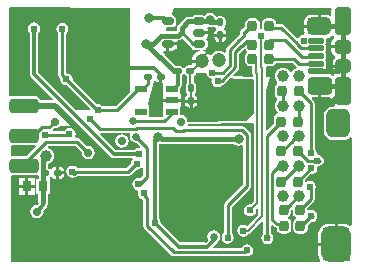
<source format=gbl>
G04 Layer_Physical_Order=2*
G04 Layer_Color=16711680*
%FSLAX25Y25*%
%MOIN*%
G70*
G01*
G75*
G04:AMPARAMS|DCode=10|XSize=19.69mil|YSize=23.62mil|CornerRadius=4.92mil|HoleSize=0mil|Usage=FLASHONLY|Rotation=90.000|XOffset=0mil|YOffset=0mil|HoleType=Round|Shape=RoundedRectangle|*
%AMROUNDEDRECTD10*
21,1,0.01969,0.01378,0,0,90.0*
21,1,0.00984,0.02362,0,0,90.0*
1,1,0.00984,0.00689,0.00492*
1,1,0.00984,0.00689,-0.00492*
1,1,0.00984,-0.00689,-0.00492*
1,1,0.00984,-0.00689,0.00492*
%
%ADD10ROUNDEDRECTD10*%
%ADD11R,0.03150X0.03543*%
G04:AMPARAMS|DCode=12|XSize=19.69mil|YSize=23.62mil|CornerRadius=4.92mil|HoleSize=0mil|Usage=FLASHONLY|Rotation=180.000|XOffset=0mil|YOffset=0mil|HoleType=Round|Shape=RoundedRectangle|*
%AMROUNDEDRECTD12*
21,1,0.01969,0.01378,0,0,180.0*
21,1,0.00984,0.02362,0,0,180.0*
1,1,0.00984,-0.00492,0.00689*
1,1,0.00984,0.00492,0.00689*
1,1,0.00984,0.00492,-0.00689*
1,1,0.00984,-0.00492,-0.00689*
%
%ADD12ROUNDEDRECTD12*%
G04:AMPARAMS|DCode=17|XSize=98.43mil|YSize=47.24mil|CornerRadius=11.81mil|HoleSize=0mil|Usage=FLASHONLY|Rotation=180.000|XOffset=0mil|YOffset=0mil|HoleType=Round|Shape=RoundedRectangle|*
%AMROUNDEDRECTD17*
21,1,0.09843,0.02362,0,0,180.0*
21,1,0.07480,0.04724,0,0,180.0*
1,1,0.02362,-0.03740,0.01181*
1,1,0.02362,0.03740,0.01181*
1,1,0.02362,0.03740,-0.01181*
1,1,0.02362,-0.03740,-0.01181*
%
%ADD17ROUNDEDRECTD17*%
G04:AMPARAMS|DCode=18|XSize=35.43mil|YSize=31.5mil|CornerRadius=7.87mil|HoleSize=0mil|Usage=FLASHONLY|Rotation=270.000|XOffset=0mil|YOffset=0mil|HoleType=Round|Shape=RoundedRectangle|*
%AMROUNDEDRECTD18*
21,1,0.03543,0.01575,0,0,270.0*
21,1,0.01969,0.03150,0,0,270.0*
1,1,0.01575,-0.00787,-0.00984*
1,1,0.01575,-0.00787,0.00984*
1,1,0.01575,0.00787,0.00984*
1,1,0.01575,0.00787,-0.00984*
%
%ADD18ROUNDEDRECTD18*%
%ADD31C,0.00984*%
%ADD32C,0.00787*%
%ADD33C,0.01969*%
%ADD34C,0.01575*%
%ADD35C,0.01181*%
%ADD36C,0.00906*%
%ADD37C,0.04724*%
%ADD38C,0.03937*%
%ADD39C,0.02756*%
%ADD40C,0.02441*%
%ADD41C,0.02362*%
%ADD42C,0.02559*%
%ADD43C,0.03150*%
%ADD44R,0.04134X0.02362*%
G04:AMPARAMS|DCode=45|XSize=118.11mil|YSize=98.43mil|CornerRadius=24.61mil|HoleSize=0mil|Usage=FLASHONLY|Rotation=270.000|XOffset=0mil|YOffset=0mil|HoleType=Round|Shape=RoundedRectangle|*
%AMROUNDEDRECTD45*
21,1,0.11811,0.04921,0,0,270.0*
21,1,0.06890,0.09843,0,0,270.0*
1,1,0.04921,-0.02461,-0.03445*
1,1,0.04921,-0.02461,0.03445*
1,1,0.04921,0.02461,0.03445*
1,1,0.04921,0.02461,-0.03445*
%
%ADD45ROUNDEDRECTD45*%
G04:AMPARAMS|DCode=46|XSize=78.74mil|YSize=94.49mil|CornerRadius=19.69mil|HoleSize=0mil|Usage=FLASHONLY|Rotation=180.000|XOffset=0mil|YOffset=0mil|HoleType=Round|Shape=RoundedRectangle|*
%AMROUNDEDRECTD46*
21,1,0.07874,0.05512,0,0,180.0*
21,1,0.03937,0.09449,0,0,180.0*
1,1,0.03937,-0.01969,0.02756*
1,1,0.03937,0.01969,0.02756*
1,1,0.03937,0.01969,-0.02756*
1,1,0.03937,-0.01969,-0.02756*
%
%ADD46ROUNDEDRECTD46*%
G04:AMPARAMS|DCode=47|XSize=17.72mil|YSize=54.33mil|CornerRadius=4.43mil|HoleSize=0mil|Usage=FLASHONLY|Rotation=90.000|XOffset=0mil|YOffset=0mil|HoleType=Round|Shape=RoundedRectangle|*
%AMROUNDEDRECTD47*
21,1,0.01772,0.04547,0,0,90.0*
21,1,0.00886,0.05433,0,0,90.0*
1,1,0.00886,0.02274,0.00443*
1,1,0.00886,0.02274,-0.00443*
1,1,0.00886,-0.02274,-0.00443*
1,1,0.00886,-0.02274,0.00443*
%
%ADD47ROUNDEDRECTD47*%
G04:AMPARAMS|DCode=48|XSize=58.07mil|YSize=82.68mil|CornerRadius=14.52mil|HoleSize=0mil|Usage=FLASHONLY|Rotation=270.000|XOffset=0mil|YOffset=0mil|HoleType=Round|Shape=RoundedRectangle|*
%AMROUNDEDRECTD48*
21,1,0.05807,0.05364,0,0,270.0*
21,1,0.02904,0.08268,0,0,270.0*
1,1,0.02904,-0.02682,-0.01452*
1,1,0.02904,-0.02682,0.01452*
1,1,0.02904,0.02682,0.01452*
1,1,0.02904,0.02682,-0.01452*
%
%ADD48ROUNDEDRECTD48*%
G04:AMPARAMS|DCode=49|XSize=58.07mil|YSize=78.74mil|CornerRadius=14.52mil|HoleSize=0mil|Usage=FLASHONLY|Rotation=270.000|XOffset=0mil|YOffset=0mil|HoleType=Round|Shape=RoundedRectangle|*
%AMROUNDEDRECTD49*
21,1,0.05807,0.04971,0,0,270.0*
21,1,0.02904,0.07874,0,0,270.0*
1,1,0.02904,-0.02485,-0.01452*
1,1,0.02904,-0.02485,0.01452*
1,1,0.02904,0.02485,0.01452*
1,1,0.02904,0.02485,-0.01452*
%
%ADD49ROUNDEDRECTD49*%
G04:AMPARAMS|DCode=50|XSize=46.26mil|YSize=51.18mil|CornerRadius=11.57mil|HoleSize=0mil|Usage=FLASHONLY|Rotation=270.000|XOffset=0mil|YOffset=0mil|HoleType=Round|Shape=RoundedRectangle|*
%AMROUNDEDRECTD50*
21,1,0.04626,0.02805,0,0,270.0*
21,1,0.02313,0.05118,0,0,270.0*
1,1,0.02313,-0.01403,-0.01157*
1,1,0.02313,-0.01403,0.01157*
1,1,0.02313,0.01403,0.01157*
1,1,0.02313,0.01403,-0.01157*
%
%ADD50ROUNDEDRECTD50*%
G04:AMPARAMS|DCode=51|XSize=46.26mil|YSize=55.12mil|CornerRadius=11.57mil|HoleSize=0mil|Usage=FLASHONLY|Rotation=270.000|XOffset=0mil|YOffset=0mil|HoleType=Round|Shape=RoundedRectangle|*
%AMROUNDEDRECTD51*
21,1,0.04626,0.03199,0,0,270.0*
21,1,0.02313,0.05512,0,0,270.0*
1,1,0.02313,-0.01599,-0.01157*
1,1,0.02313,-0.01599,0.01157*
1,1,0.02313,0.01599,0.01157*
1,1,0.02313,0.01599,-0.01157*
%
%ADD51ROUNDEDRECTD51*%
G04:AMPARAMS|DCode=52|XSize=93.5mil|YSize=55.12mil|CornerRadius=13.78mil|HoleSize=0mil|Usage=FLASHONLY|Rotation=270.000|XOffset=0mil|YOffset=0mil|HoleType=Round|Shape=RoundedRectangle|*
%AMROUNDEDRECTD52*
21,1,0.09350,0.02756,0,0,270.0*
21,1,0.06594,0.05512,0,0,270.0*
1,1,0.02756,-0.01378,-0.03297*
1,1,0.02756,-0.01378,0.03297*
1,1,0.02756,0.01378,0.03297*
1,1,0.02756,0.01378,-0.03297*
%
%ADD52ROUNDEDRECTD52*%
G04:AMPARAMS|DCode=53|XSize=23.62mil|YSize=41.34mil|CornerRadius=5.91mil|HoleSize=0mil|Usage=FLASHONLY|Rotation=90.000|XOffset=0mil|YOffset=0mil|HoleType=Round|Shape=RoundedRectangle|*
%AMROUNDEDRECTD53*
21,1,0.02362,0.02953,0,0,90.0*
21,1,0.01181,0.04134,0,0,90.0*
1,1,0.01181,0.01476,0.00591*
1,1,0.01181,0.01476,-0.00591*
1,1,0.01181,-0.01476,-0.00591*
1,1,0.01181,-0.01476,0.00591*
%
%ADD53ROUNDEDRECTD53*%
%ADD54C,0.01378*%
G36*
X66809Y64079D02*
X67253Y63415D01*
X67917Y62971D01*
X68120Y62931D01*
X68498Y62358D01*
X68429Y62011D01*
X68585Y61228D01*
X69028Y60563D01*
X69692Y60119D01*
X70476Y59964D01*
X71259Y60119D01*
X71924Y60563D01*
X72055Y60760D01*
X72284Y60806D01*
X72707Y61088D01*
X74703Y63084D01*
X74873Y63116D01*
X75290Y63053D01*
X75302Y63046D01*
X75428Y62959D01*
X75553Y62872D01*
X75557Y62871D01*
X75561Y62869D01*
X75711Y62837D01*
X75859Y62804D01*
X82151Y62669D01*
X82192Y62634D01*
X82474Y62340D01*
X82526Y62227D01*
Y51423D01*
X79877Y48774D01*
X60955Y48372D01*
X60565Y48496D01*
X60415Y48827D01*
X60307Y49369D01*
X59829Y50085D01*
X59113Y50563D01*
X58268Y50731D01*
X58071Y50893D01*
Y53429D01*
X58283D01*
Y55110D01*
X55216D01*
X52150D01*
Y53429D01*
X52362D01*
Y50172D01*
X52119Y49929D01*
X47638D01*
Y53839D01*
X47620D01*
X47309Y54230D01*
X49107Y62038D01*
X49643Y62137D01*
X49790Y61916D01*
X50284Y61587D01*
X50866Y61471D01*
X51055D01*
Y63484D01*
X52055D01*
Y61426D01*
X52273Y61350D01*
X52362Y60984D01*
Y57791D01*
X52150D01*
Y56110D01*
X55216D01*
X58283D01*
Y57791D01*
X58071D01*
Y59529D01*
X58100Y59558D01*
X58404Y60014D01*
X58511Y60551D01*
Y63703D01*
X58718Y63841D01*
X58995Y64257D01*
X59040Y64265D01*
X59464D01*
X59509Y64257D01*
X59786Y63841D01*
X60193Y63569D01*
Y61228D01*
X59917Y60814D01*
X59817Y60315D01*
Y58937D01*
X59917Y58438D01*
X60200Y58015D01*
X60386Y57890D01*
X60360Y57309D01*
X60046Y57099D01*
X59716Y56606D01*
X59601Y56024D01*
Y55835D01*
X60551D01*
X60554Y55830D01*
X60670Y55753D01*
X60781Y55670D01*
X60799Y55666D01*
X60815Y55656D01*
X60951Y55629D01*
X61086Y55595D01*
X61104Y55598D01*
X61122Y55595D01*
X61614D01*
X61909D01*
X62217Y55656D01*
X62477Y55830D01*
X62480Y55835D01*
X63628D01*
Y56024D01*
X63512Y56606D01*
X63182Y57099D01*
X62806Y57351D01*
Y57866D01*
X63029Y58015D01*
X63312Y58438D01*
X63411Y58937D01*
Y60315D01*
X63312Y60814D01*
X63029Y61238D01*
X62606Y61520D01*
X62602Y61521D01*
Y63569D01*
X63009Y63841D01*
X63292Y64265D01*
X63352Y64567D01*
X66712D01*
X66809Y64079D01*
D02*
G37*
G36*
X61909Y56398D02*
X61122D01*
X61221Y58563D01*
X61909D01*
Y56398D01*
D02*
G37*
G36*
X79339Y72756D02*
X79634Y72664D01*
X79777Y72562D01*
X79816Y72368D01*
X80164Y71847D01*
X80027Y71403D01*
X79816Y71087D01*
X79694Y70472D01*
Y68504D01*
X79816Y67889D01*
X80164Y67369D01*
X80685Y67020D01*
X81299Y66898D01*
X82064D01*
Y64862D01*
X82064Y64862D01*
X82155Y64401D01*
X82416Y64011D01*
X82251Y63552D01*
X82168Y63471D01*
X75876Y63607D01*
X75690Y64071D01*
X77244Y65625D01*
X77526Y66048D01*
X77626Y66547D01*
Y71155D01*
X79229Y72758D01*
X79339Y72756D01*
D02*
G37*
G36*
X41240Y86485D02*
Y58388D01*
X36519Y53667D01*
X32055D01*
X31959Y53810D01*
X31295Y54254D01*
X30512Y54409D01*
X30179Y54343D01*
X22092Y62430D01*
X22126Y62598D01*
X21970Y63382D01*
X21526Y64046D01*
X20862Y64490D01*
X20079Y64646D01*
X20005Y64706D01*
Y77788D01*
X20148Y77883D01*
X20592Y78547D01*
X20748Y79331D01*
X20592Y80114D01*
X20148Y80778D01*
X19484Y81222D01*
X18701Y81378D01*
X17917Y81222D01*
X17253Y80778D01*
X16809Y80114D01*
X16654Y79331D01*
X16809Y78547D01*
X17253Y77883D01*
X17396Y77788D01*
Y63976D01*
X17495Y63477D01*
X17778Y63054D01*
X18065Y62767D01*
X18032Y62598D01*
X18187Y61815D01*
X18631Y61151D01*
X19295Y60707D01*
X20079Y60551D01*
X20247Y60585D01*
X27970Y52862D01*
X27763Y52362D01*
X23312D01*
X10657Y65017D01*
Y78052D01*
X10700Y78080D01*
X11143Y78744D01*
X11299Y79528D01*
X11143Y80311D01*
X10700Y80975D01*
X10035Y81419D01*
X9252Y81575D01*
X8468Y81419D01*
X7804Y80975D01*
X7361Y80311D01*
X7205Y79528D01*
X7361Y78744D01*
X7804Y78080D01*
X7847Y78052D01*
Y64435D01*
X7954Y63898D01*
X8258Y63442D01*
X15584Y56117D01*
X15393Y55655D01*
X11528D01*
X11500Y55798D01*
X11065Y56449D01*
X10414Y56884D01*
X9646Y57037D01*
X2165D01*
X1484Y56901D01*
X984Y57163D01*
Y86226D01*
X1338Y86579D01*
X41240Y86485D01*
D02*
G37*
G36*
X2165Y40660D02*
X9646D01*
X9707Y40672D01*
X9953Y40212D01*
X6778Y37037D01*
X2165D01*
X1961Y36996D01*
X1575Y37313D01*
Y40384D01*
X1961Y40701D01*
X2165Y40660D01*
D02*
G37*
G36*
X41322Y44404D02*
X41352Y44261D01*
X41202Y43506D01*
X41362Y42700D01*
X41819Y42016D01*
X42503Y41559D01*
X43309Y41399D01*
X43442Y41425D01*
X44546Y40321D01*
X44453Y40036D01*
X44330Y39831D01*
X43606Y39687D01*
X42942Y39243D01*
X42914Y39200D01*
X36474D01*
X31414Y44261D01*
X31621Y44761D01*
X41131D01*
X41322Y44404D01*
D02*
G37*
G36*
X105000Y56580D02*
X107182D01*
X107902Y56723D01*
X108402Y56391D01*
Y55463D01*
X108587Y54535D01*
X108965Y53969D01*
X108812Y53595D01*
X108709Y53462D01*
X108040Y53374D01*
X107370Y53096D01*
X106794Y52654D01*
X106353Y52079D01*
X106075Y51408D01*
X105980Y50689D01*
Y45177D01*
X106075Y44458D01*
X106353Y43787D01*
X106794Y43212D01*
X107370Y42770D01*
X108040Y42492D01*
X108760Y42397D01*
X112697D01*
X113416Y42492D01*
X114087Y42770D01*
X114657Y43208D01*
X114681Y43205D01*
X115157Y43036D01*
X115157Y13901D01*
X114657Y13655D01*
X114147Y14047D01*
X113305Y14395D01*
X112401Y14514D01*
X110441D01*
Y7579D01*
X109941D01*
Y7079D01*
X103990D01*
Y4134D01*
X104109Y3230D01*
X104457Y2389D01*
X104698Y2075D01*
X104452Y1575D01*
X1575Y1575D01*
X1575Y30384D01*
X1961Y30701D01*
X2165Y30660D01*
X9646D01*
X10296Y30790D01*
X10796Y30513D01*
Y29528D01*
X10039D01*
Y24409D01*
X10713D01*
Y21547D01*
X10809Y21064D01*
X10421Y20676D01*
X10237Y20713D01*
X9392Y20545D01*
X8676Y20066D01*
X8197Y19350D01*
X8029Y18505D01*
X8197Y17660D01*
X8676Y16944D01*
X9392Y16465D01*
X10237Y16297D01*
X11082Y16465D01*
X11798Y16944D01*
X12276Y17660D01*
X12444Y18505D01*
X12408Y18689D01*
X13312Y19594D01*
X13617Y20049D01*
X13724Y20587D01*
Y20815D01*
X13802Y20933D01*
X13925Y21547D01*
Y24409D01*
X14764D01*
Y29528D01*
X14764Y29528D01*
X14764Y29967D01*
X15304Y29886D01*
X15342Y29830D01*
X15835Y29500D01*
X16417Y29384D01*
X16606D01*
Y31398D01*
Y33411D01*
X16417D01*
X15835Y33295D01*
X15342Y32965D01*
X15129Y32647D01*
X14601Y32605D01*
X14555Y32620D01*
X14426Y32812D01*
X14007Y33092D01*
Y34423D01*
X14007Y34423D01*
X14678Y34701D01*
X15254Y35143D01*
X15695Y35718D01*
X15973Y36389D01*
X16068Y37108D01*
X15973Y37828D01*
X15695Y38498D01*
X15254Y39074D01*
X14678Y39515D01*
X14007Y39793D01*
X13950Y39801D01*
X13930Y40292D01*
X14429Y40391D01*
X14601Y40506D01*
X23203D01*
X25216Y38493D01*
X25156Y38191D01*
X25324Y37346D01*
X25802Y36630D01*
X26519Y36151D01*
X27363Y35983D01*
X28208Y36151D01*
X28925Y36630D01*
X29403Y37346D01*
X29571Y38191D01*
X29403Y39036D01*
X28925Y39752D01*
X28208Y40231D01*
X27363Y40399D01*
X27061Y40338D01*
X24666Y42733D01*
X24243Y43016D01*
X23743Y43116D01*
X23156D01*
X22921Y43557D01*
X22955Y43608D01*
X23111Y44392D01*
X22955Y45175D01*
X22512Y45840D01*
X21847Y46283D01*
X21064Y46439D01*
X20281Y46283D01*
X19616Y45840D01*
X19324Y45401D01*
X15670D01*
X15463Y45901D01*
X15841Y46280D01*
X16142Y46220D01*
X16987Y46388D01*
X17704Y46866D01*
X17824Y47047D01*
X24653D01*
X34899Y36802D01*
X35355Y36497D01*
X35892Y36390D01*
X41994D01*
X42157Y35898D01*
X41713Y35234D01*
X41578Y34553D01*
X40022Y32998D01*
X23658D01*
X23496Y33241D01*
X22832Y33684D01*
X22048Y33840D01*
X21265Y33684D01*
X20601Y33241D01*
X20157Y32576D01*
X20001Y31793D01*
X20157Y31010D01*
X20601Y30345D01*
X21265Y29901D01*
X22048Y29746D01*
X22832Y29901D01*
X22867Y29925D01*
X23153Y29982D01*
X23576Y30265D01*
X23700Y30388D01*
X40563D01*
X41062Y30488D01*
X41485Y30770D01*
X43199Y32484D01*
X43604Y32403D01*
X44388Y32559D01*
X45052Y33003D01*
X45243Y33288D01*
X45743Y33136D01*
Y30560D01*
X44770Y29587D01*
X44027Y29735D01*
X43244Y29579D01*
X42579Y29135D01*
X42136Y28471D01*
X41980Y27688D01*
X42136Y26904D01*
X42579Y26240D01*
X43244Y25796D01*
X43555Y25734D01*
X43977Y25489D01*
X43821Y24706D01*
X43977Y23923D01*
X44421Y23258D01*
X45085Y22815D01*
X45257Y22780D01*
X45703Y22334D01*
Y13827D01*
X45803Y13327D01*
X46085Y12904D01*
X54931Y4058D01*
X55354Y3776D01*
X55854Y3676D01*
X79685D01*
X79716Y3682D01*
X80315Y3563D01*
X81098Y3719D01*
X81763Y4163D01*
X82206Y4827D01*
X82362Y5610D01*
X82206Y6394D01*
X81763Y7058D01*
X81098Y7502D01*
X80315Y7658D01*
X79532Y7502D01*
X78867Y7058D01*
X78424Y6394D01*
X78402Y6285D01*
X69096D01*
X68905Y6747D01*
X70190Y8032D01*
X70494Y8488D01*
X70502Y8524D01*
X70687Y8648D01*
X71143Y9332D01*
X71304Y10138D01*
X71143Y10945D01*
X70687Y11629D01*
X70003Y12085D01*
X69196Y12246D01*
X68390Y12085D01*
X67706Y11629D01*
X67249Y10945D01*
X67089Y10138D01*
X67249Y9332D01*
X67356Y9172D01*
X66439Y8256D01*
X58101D01*
X51545Y14812D01*
X51555Y14862D01*
X51399Y15646D01*
X50955Y16310D01*
X50913Y16338D01*
Y41063D01*
X51515Y41183D01*
X51585Y41230D01*
X51896Y41168D01*
X75692D01*
X75758Y41071D01*
X76539Y40548D01*
X77461Y40365D01*
X78382Y40548D01*
X78573Y40676D01*
X79014Y40440D01*
Y27651D01*
X72900Y21536D01*
X72617Y21113D01*
X72518Y20614D01*
Y11386D01*
X72375Y11291D01*
X71931Y10626D01*
X71775Y9843D01*
X71931Y9060D01*
X72375Y8395D01*
X73039Y7952D01*
X73822Y7796D01*
X74606Y7952D01*
X75270Y8395D01*
X75714Y9060D01*
X75870Y9843D01*
X75714Y10626D01*
X75270Y11291D01*
X75127Y11386D01*
Y20074D01*
X81241Y26188D01*
X81524Y26611D01*
X81623Y27110D01*
Y43952D01*
X81524Y44451D01*
X81241Y44875D01*
X79565Y46550D01*
X79142Y46833D01*
X78643Y46933D01*
X60851D01*
X60564Y47433D01*
X60640Y47563D01*
X82168Y48020D01*
X82526Y47670D01*
Y21917D01*
X81527Y20919D01*
X81240Y20976D01*
X80457Y20820D01*
X79792Y20376D01*
X79349Y19712D01*
X79193Y18928D01*
X79349Y18145D01*
X79792Y17481D01*
X80457Y17037D01*
X81240Y16881D01*
X82024Y17037D01*
X82688Y17481D01*
X83131Y18145D01*
X83287Y18928D01*
X83230Y19215D01*
X83639Y19624D01*
X84101Y19433D01*
Y17398D01*
X80349Y13647D01*
X79823Y13998D01*
X79039Y14154D01*
X78256Y13998D01*
X77592Y13555D01*
X77148Y12890D01*
X76992Y12107D01*
X77148Y11323D01*
X77592Y10659D01*
X78256Y10215D01*
X79039Y10060D01*
X79823Y10215D01*
X80487Y10659D01*
X80670Y10934D01*
X80973Y10994D01*
X81364Y11255D01*
X85211Y15103D01*
X85673Y14912D01*
Y11267D01*
X85560Y11192D01*
X85116Y10527D01*
X84961Y9744D01*
X85116Y8961D01*
X85560Y8297D01*
X86224Y7853D01*
X87008Y7697D01*
X87791Y7853D01*
X88455Y8297D01*
X88899Y8961D01*
X89055Y9744D01*
X88899Y10527D01*
X88455Y11192D01*
X88283Y11307D01*
Y13815D01*
X88745Y14007D01*
X89205Y13546D01*
X89628Y13263D01*
X90127Y13164D01*
X90195D01*
Y12795D01*
X90317Y12181D01*
X90666Y11660D01*
X91186Y11312D01*
X91801Y11190D01*
X93376D01*
X93990Y11312D01*
X94511Y11660D01*
X94859Y12181D01*
X94981Y12795D01*
Y14764D01*
X94859Y15378D01*
X94511Y15899D01*
X94073Y16192D01*
X94036Y16553D01*
X94064Y16742D01*
X94413Y16975D01*
X94761Y17496D01*
X94883Y18110D01*
Y18933D01*
X95109Y19126D01*
X95609Y18896D01*
Y18110D01*
X95731Y17496D01*
X96079Y16975D01*
X96517Y16682D01*
X96554Y16321D01*
X96526Y16132D01*
X96177Y15899D01*
X95829Y15378D01*
X95707Y14764D01*
Y12795D01*
X95829Y12181D01*
X96177Y11660D01*
X96698Y11312D01*
X97313Y11190D01*
X98887D01*
X99502Y11312D01*
X100023Y11660D01*
X100371Y12181D01*
X100493Y12795D01*
Y13998D01*
X101509Y15015D01*
X101678Y14981D01*
X102462Y15137D01*
X103126Y15581D01*
X103570Y16245D01*
X103623Y16513D01*
X103634Y16529D01*
X103733Y17028D01*
X103634Y17528D01*
X103623Y17544D01*
X103570Y17812D01*
X103126Y18476D01*
X102462Y18920D01*
X101678Y19076D01*
X100895Y18920D01*
X100836Y18880D01*
X100395Y19116D01*
Y19643D01*
X102433Y21681D01*
X102716Y22104D01*
X102815Y22603D01*
Y25603D01*
X103073Y25988D01*
X103228Y26772D01*
X103073Y27555D01*
X102629Y28219D01*
X101964Y28663D01*
X101181Y28819D01*
X100398Y28663D01*
X100058Y28436D01*
X99623Y28657D01*
X99578Y29128D01*
X101411Y30960D01*
X101580Y30927D01*
X102363Y31083D01*
X103027Y31526D01*
X103471Y32191D01*
X103627Y32974D01*
X103545Y33384D01*
X103647Y33486D01*
X104430Y33642D01*
X105094Y34086D01*
X105284Y34370D01*
X105645Y34611D01*
X105928Y35034D01*
X106027Y35533D01*
X105928Y36033D01*
X105645Y36456D01*
X105284Y36697D01*
X105094Y36981D01*
X104430Y37425D01*
X103647Y37580D01*
X103515Y38064D01*
X103373Y38777D01*
X102929Y39442D01*
X102786Y39537D01*
Y54621D01*
X102687Y55120D01*
X102404Y55544D01*
X101867Y56080D01*
X102075Y56580D01*
X104000D01*
Y60532D01*
X105000D01*
Y56580D01*
D02*
G37*
G36*
X109134Y76962D02*
X109336Y76827D01*
Y76327D01*
X109051Y76136D01*
X108574Y75423D01*
X108407Y74582D01*
Y73925D01*
X112205D01*
Y72925D01*
X108407D01*
Y72269D01*
X108574Y71427D01*
X109051Y70714D01*
X109527Y70395D01*
X109549Y69809D01*
X109444Y69739D01*
X108968Y69025D01*
X108800Y68184D01*
Y67528D01*
X112401D01*
Y66528D01*
X108800D01*
Y65871D01*
X108968Y65030D01*
X109292Y64544D01*
X109192Y64036D01*
X108804Y63848D01*
X108139Y64293D01*
X107182Y64483D01*
X107138D01*
X106914Y64756D01*
X103122D01*
Y65756D01*
X106855D01*
X106755Y66262D01*
X106444Y66727D01*
X106555Y66892D01*
X106650Y67372D01*
Y68258D01*
X106555Y68738D01*
X106316Y69095D01*
X106555Y69451D01*
X106650Y69931D01*
Y70817D01*
X106555Y71297D01*
X106316Y71654D01*
X106555Y72010D01*
X106650Y72490D01*
Y73376D01*
X106555Y73856D01*
X106316Y74213D01*
X106555Y74569D01*
X106650Y75049D01*
Y75935D01*
X107083Y76323D01*
X107745Y76455D01*
X108556Y76997D01*
X108577Y77029D01*
X109000D01*
X109134Y76962D01*
D02*
G37*
G36*
X61345Y73487D02*
X61474Y73401D01*
X61497Y73281D01*
X61802Y72825D01*
X62258Y72521D01*
X62795Y72414D01*
X64520D01*
X64553Y71914D01*
X64280Y71878D01*
X63462Y71539D01*
X62760Y71000D01*
X62221Y70298D01*
X61882Y69480D01*
X61832Y69102D01*
X65158D01*
Y68102D01*
X61832D01*
X61876Y67769D01*
X61851Y67615D01*
X61620Y67269D01*
X60709D01*
X60126Y67154D01*
X59633Y66824D01*
X59420Y66505D01*
X58892Y66463D01*
X58846Y66478D01*
X58718Y66671D01*
X58294Y66953D01*
X57795Y67053D01*
X56417D01*
X56386Y67046D01*
X52840Y70592D01*
X52293Y71726D01*
X52621Y72197D01*
X53339D01*
Y74409D01*
X53839D01*
Y74909D01*
X56937D01*
Y75000D01*
X56902Y75173D01*
X57219Y75560D01*
X57418D01*
X57418Y75560D01*
X58032Y75682D01*
X58553Y76030D01*
X58802D01*
X61345Y73487D01*
D02*
G37*
G36*
X108152Y86394D02*
X108523Y85893D01*
X108402Y85285D01*
Y84069D01*
X107961Y83833D01*
X107745Y83978D01*
X106788Y84168D01*
X104803D01*
Y80216D01*
X104303D01*
Y79716D01*
X99318D01*
Y78765D01*
X99468Y78011D01*
X99418Y77890D01*
X99184Y77564D01*
X99109Y77506D01*
X98491Y77384D01*
X97827Y76940D01*
X97523Y76486D01*
X96931Y76371D01*
X92556Y80745D01*
X92133Y81028D01*
X91634Y81127D01*
X89991D01*
Y81299D01*
X89869Y81914D01*
X89521Y82435D01*
X89000Y82783D01*
X88386Y82905D01*
X86811D01*
X86197Y82783D01*
X85676Y82435D01*
X85328Y81914D01*
X85205Y81299D01*
Y79445D01*
X85093Y79309D01*
X84923D01*
X84480Y79763D01*
Y81299D01*
X84357Y81914D01*
X84009Y82435D01*
X83489Y82783D01*
X82874Y82905D01*
X81299D01*
X80685Y82783D01*
X80164Y82435D01*
X79816Y81914D01*
X79694Y81299D01*
Y80365D01*
X78841Y79513D01*
X78423Y79233D01*
X78251Y79061D01*
X77968Y78638D01*
X77869Y78139D01*
Y77556D01*
X76898Y76586D01*
X76731Y76474D01*
X73627Y73370D01*
X73344Y72947D01*
X73245Y72448D01*
Y71673D01*
X72745Y71426D01*
X72455Y71649D01*
X71688Y71966D01*
X70866Y72074D01*
X70044Y71966D01*
X69278Y71649D01*
X68620Y71144D01*
X68348Y70789D01*
X67718Y70789D01*
X67555Y71000D01*
X66853Y71539D01*
X66035Y71878D01*
X65751Y71915D01*
X65748Y72414D01*
X66286Y72521D01*
X66742Y72825D01*
X67046Y73281D01*
X67153Y73819D01*
Y75000D01*
X67046Y75538D01*
X66742Y75993D01*
X66932Y76468D01*
X67246Y76938D01*
X67370Y77559D01*
Y77650D01*
X64272D01*
Y78650D01*
X67370D01*
Y78740D01*
X67246Y79361D01*
X67065Y79632D01*
X67365Y80082D01*
X67913Y79973D01*
X68306Y80051D01*
X68721Y79969D01*
X68721Y79969D01*
X69724D01*
X69979Y79706D01*
X69922Y79136D01*
X69790Y79048D01*
X69461Y78555D01*
X69345Y77973D01*
Y77784D01*
X73372D01*
Y77973D01*
X73256Y78555D01*
X72926Y79048D01*
X72608Y79261D01*
X72566Y79789D01*
X72580Y79835D01*
X72773Y79963D01*
X73056Y80387D01*
X73155Y80886D01*
Y82264D01*
X73056Y82763D01*
X72773Y83186D01*
X72350Y83469D01*
X71850Y83568D01*
X70866D01*
X70367Y83469D01*
X70133Y83312D01*
X69616Y84085D01*
X68835Y84607D01*
X67913Y84790D01*
X66992Y84607D01*
X66210Y84085D01*
X66038Y83828D01*
X65748Y83885D01*
X62795D01*
X62258Y83778D01*
X61834Y83495D01*
X60728D01*
X60728Y83495D01*
X60114Y83373D01*
X59593Y83025D01*
X59593Y83025D01*
X57329Y80761D01*
X56981Y80240D01*
X56859Y79626D01*
X56859Y79626D01*
Y78877D01*
X56753Y78771D01*
X53665D01*
X53378Y79180D01*
X53635Y79894D01*
X55315D01*
X55853Y80001D01*
X56308Y80306D01*
X56613Y80762D01*
X56720Y81299D01*
Y82480D01*
X56613Y83018D01*
X56308Y83474D01*
X55853Y83778D01*
X55583Y83832D01*
X55234Y84340D01*
X56004Y86480D01*
X108152Y86394D01*
D02*
G37*
G36*
X96715Y66892D02*
X96797Y66838D01*
X96818Y66681D01*
X96725Y66285D01*
X96193Y66065D01*
X95617Y65623D01*
X95188Y65063D01*
X94917Y65020D01*
X94911D01*
X94641Y65063D01*
X94211Y65623D01*
X93636Y66065D01*
X92965Y66342D01*
X92246Y66437D01*
X91526Y66342D01*
X90856Y66065D01*
X90280Y65623D01*
X89838Y65047D01*
X89561Y64377D01*
X89466Y63657D01*
X89561Y62938D01*
X89838Y62268D01*
X90280Y61692D01*
X90400Y61600D01*
X90419Y61529D01*
X90348Y61010D01*
X90006Y60781D01*
X89658Y60260D01*
X89536Y59646D01*
Y57677D01*
X89658Y57063D01*
X90006Y56542D01*
X90354Y56310D01*
X90426Y55799D01*
X90406Y55719D01*
X90280Y55623D01*
X89838Y55047D01*
X89561Y54377D01*
X89466Y53657D01*
X89561Y52938D01*
X89838Y52268D01*
X90280Y51692D01*
X90468Y51548D01*
X90343Y51013D01*
X90232Y50991D01*
X89711Y50643D01*
X89363Y50122D01*
X89241Y49508D01*
Y47976D01*
X86971Y45706D01*
X86509Y45897D01*
Y58699D01*
X87965Y63346D01*
X86509Y63378D01*
Y66368D01*
X86509Y66368D01*
X86492Y66452D01*
X86665Y66693D01*
X86913Y66898D01*
X88386D01*
X89000Y67020D01*
X89521Y67369D01*
X89869Y67889D01*
X89928Y68184D01*
X95424D01*
X96715Y66892D01*
D02*
G37*
%LPC*%
G36*
X61114Y54835D02*
X59601D01*
Y54646D01*
X59716Y54063D01*
X60046Y53570D01*
X60540Y53240D01*
X61114Y53126D01*
Y54835D01*
D02*
G37*
G36*
X63628D02*
X62114D01*
Y53126D01*
X62688Y53240D01*
X63182Y53570D01*
X63512Y54063D01*
X63628Y54646D01*
Y54835D01*
D02*
G37*
G36*
X38583Y44235D02*
X37738Y44067D01*
X37022Y43589D01*
X36543Y42872D01*
X36375Y42028D01*
X36543Y41183D01*
X37022Y40466D01*
X37738Y39988D01*
X38583Y39820D01*
X39428Y39988D01*
X40144Y40466D01*
X40622Y41183D01*
X40790Y42028D01*
X40622Y42872D01*
X40144Y43589D01*
X39428Y44067D01*
X38583Y44235D01*
D02*
G37*
G36*
X19315Y30898D02*
X17606D01*
Y29384D01*
X17795D01*
X18377Y29500D01*
X18871Y29830D01*
X19201Y30323D01*
X19315Y30898D01*
D02*
G37*
G36*
X109441Y14514D02*
X107480D01*
X106577Y14395D01*
X105735Y14047D01*
X105012Y13492D01*
X104457Y12769D01*
X104109Y11927D01*
X103990Y11024D01*
Y8079D01*
X109441D01*
Y14514D01*
D02*
G37*
G36*
X9465Y26469D02*
X7390D01*
Y24197D01*
X9465D01*
Y26469D01*
D02*
G37*
G36*
X6390Y29740D02*
X4315D01*
Y27468D01*
X6390D01*
Y29740D01*
D02*
G37*
G36*
X9465D02*
X7390D01*
Y27468D01*
X9465D01*
Y29740D01*
D02*
G37*
G36*
X6390Y26469D02*
X4315D01*
Y24197D01*
X6390D01*
Y26469D01*
D02*
G37*
G36*
X17795Y33411D02*
X17606D01*
Y31898D01*
X19315D01*
X19201Y32472D01*
X18871Y32965D01*
X18377Y33295D01*
X17795Y33411D01*
D02*
G37*
G36*
X56937Y73909D02*
X54339D01*
Y72197D01*
X55315D01*
X55936Y72321D01*
X56462Y72672D01*
X56813Y73198D01*
X56937Y73819D01*
Y73909D01*
D02*
G37*
G36*
X70858Y76784D02*
X69345D01*
Y76595D01*
X69461Y76012D01*
X69790Y75519D01*
X70284Y75189D01*
X70858Y75075D01*
Y76784D01*
D02*
G37*
G36*
X73372D02*
X71858D01*
Y75075D01*
X72433Y75189D01*
X72926Y75519D01*
X73256Y76012D01*
X73372Y76595D01*
Y76784D01*
D02*
G37*
G36*
X103803Y84168D02*
X101818D01*
X100861Y83978D01*
X100050Y83436D01*
X99508Y82625D01*
X99318Y81668D01*
Y80717D01*
X103803D01*
Y84168D01*
D02*
G37*
%LPD*%
D10*
X12815Y31398D02*
D03*
X17106D02*
D03*
X57106Y65256D02*
D03*
X61398D02*
D03*
X47264Y63484D02*
D03*
X51555D02*
D03*
D11*
X6890Y26969D02*
D03*
X12402D02*
D03*
D12*
X61614Y55335D02*
D03*
Y59626D02*
D03*
X71358Y81575D02*
D03*
Y77284D02*
D03*
D17*
X5906Y33848D02*
D03*
Y43848D02*
D03*
Y53848D02*
D03*
D18*
X87598Y73966D02*
D03*
X82087D02*
D03*
X87598Y80315D02*
D03*
X82087D02*
D03*
X87598Y69488D02*
D03*
X82087D02*
D03*
X98100Y13780D02*
D03*
X92588D02*
D03*
X98002Y19094D02*
D03*
X92490D02*
D03*
X97116Y28425D02*
D03*
X91604D02*
D03*
X97116Y38642D02*
D03*
X91604D02*
D03*
X91634Y48524D02*
D03*
X97146D02*
D03*
X97441Y58661D02*
D03*
X91929D02*
D03*
D31*
X58268Y18994D02*
X58467Y18794D01*
X22654Y31187D02*
X23160Y31693D01*
X12894Y44097D02*
X21064D01*
X43579Y46358D02*
X55494D01*
X43286Y46065D02*
X43579Y46358D01*
X55494D02*
X56576Y45276D01*
X31297Y46065D02*
X43286D01*
X28051Y49311D02*
X31297Y46065D01*
X20079Y62598D02*
X30315Y52362D01*
X30512D01*
X44048Y59350D02*
X44783D01*
X37060Y52362D02*
X44048Y59350D01*
X30512Y52362D02*
X37060D01*
X90127Y14469D02*
X92588D01*
X92134Y18209D02*
X94261Y20336D01*
X52660Y48624D02*
X55807Y51772D01*
X80106Y75443D02*
X82087D01*
X58778Y45276D02*
X59130Y45628D01*
X56576Y45276D02*
X58778D01*
X55854Y4981D02*
X79685D01*
X47008Y13827D02*
Y22874D01*
Y13827D02*
X55854Y4981D01*
X79685D02*
X80315Y5610D01*
X73822Y20614D02*
X80319Y27110D01*
X73822Y9843D02*
Y20614D01*
X86978Y22278D02*
Y43868D01*
X78443Y73779D02*
X80106Y75443D01*
X78405Y73779D02*
X78443D01*
X76321Y71695D02*
X78405Y73779D01*
X79173Y77016D02*
Y78139D01*
X77709Y75551D02*
X79173Y77016D01*
X77653Y75551D02*
X77709D01*
X74550Y72448D02*
X77653Y75551D01*
X76321Y66547D02*
Y71695D01*
X74550Y67281D02*
Y72448D01*
X79173Y78139D02*
X79346Y78311D01*
X42226Y48624D02*
X52660D01*
X43309Y43408D02*
Y43506D01*
X43307Y43406D02*
X43309Y43408D01*
X47047Y30020D02*
Y39665D01*
X43307Y43406D02*
X47047Y39665D01*
X45374Y59252D02*
X47264Y61142D01*
Y63484D01*
X101481Y37994D02*
Y54621D01*
X103647Y35533D02*
X104722D01*
X103607Y35494D02*
X103647Y35533D01*
X97116Y28510D02*
X101580Y32974D01*
X100446Y35494D02*
X103607D01*
X97441Y58661D02*
X101481Y54621D01*
X97116Y28425D02*
Y28510D01*
X98002Y19094D02*
X101511Y22603D01*
X101181Y26772D02*
X101511Y26442D01*
Y22603D02*
Y26442D01*
X98429Y13780D02*
X101678Y17028D01*
X98100Y13780D02*
X98429D01*
X86978Y9774D02*
Y22278D01*
Y9774D02*
X87008Y9744D01*
X88750Y15846D02*
Y23012D01*
Y15846D02*
X90127Y14469D01*
X80319Y27110D02*
Y43952D01*
X78643Y45628D02*
X80319Y43952D01*
X59130Y45628D02*
X78643D01*
X62267Y74410D02*
X64272D01*
X58465Y78212D02*
X62267Y74410D01*
X80949Y79823D02*
X82087D01*
X87008Y9744D02*
X87279D01*
X87504Y9969D01*
X98745Y69980D02*
X103122D01*
X87598Y79823D02*
X91634D01*
X44027Y27688D02*
X44715D01*
X47047Y30020D01*
X79346Y78311D02*
X79484D01*
X80949Y79776D01*
X87598Y69488D02*
X95965D01*
X97638Y67815D01*
X86978Y43868D02*
X91634Y48524D01*
X40563Y31693D02*
X43320Y34451D01*
X23160Y31693D02*
X40563D01*
X43320Y34451D02*
X43604D01*
X14144Y41811D02*
X23743D01*
X27363Y38191D01*
X16142Y48426D02*
Y48428D01*
X14313Y46597D02*
X16142Y48426D01*
X11859Y46597D02*
X14313D01*
X10394Y45132D02*
X11859Y46597D01*
X5906Y43848D02*
X10394D01*
X13183Y41597D02*
X13930D01*
X5906Y34319D02*
X13183Y41597D01*
X13930D02*
X14144Y41811D01*
X5906Y33848D02*
Y34319D01*
X22654Y31187D02*
X22654D01*
X22048Y31793D02*
X22654Y31187D01*
X80949Y79776D02*
Y79823D01*
X94261Y20336D02*
Y20510D01*
X97409Y23658D01*
X97583D01*
X88750Y31476D02*
X90931Y33658D01*
X92246D01*
X97192D02*
X97583D01*
X91604Y28425D02*
X91960D01*
X97192Y33658D01*
X96620Y43657D02*
X97583D01*
X95494Y42532D02*
X96620Y43657D01*
X95494Y42176D02*
Y42532D01*
X91960Y38642D02*
X95494Y42176D01*
X91604Y38642D02*
X91960D01*
X109941Y7579D02*
X111221Y8858D01*
X97583Y48961D02*
Y53657D01*
X91604Y18209D02*
X92134D01*
X97116D02*
X98002Y19094D01*
X92246Y53657D02*
Y58345D01*
X91929Y58661D02*
X92246Y58345D01*
X58268Y18994D02*
X58369Y19095D01*
X88750Y23012D02*
X88750Y23012D01*
X88750Y23012D02*
Y31476D01*
X86978Y22278D02*
X86978Y22278D01*
X101678Y17028D02*
X102428D01*
X45868Y24013D02*
Y24706D01*
Y24013D02*
X47008Y22874D01*
X97116Y38642D02*
X97298D01*
X97501Y38438D01*
X99034Y36906D01*
X100446Y35494D01*
X68701Y64862D02*
X72130D01*
X74550Y67281D01*
X70476Y62011D02*
X71785D01*
X76321Y66547D01*
X96774Y74457D02*
X98298Y72933D01*
X103122D01*
X96774Y74457D02*
Y74682D01*
X91634Y79823D02*
X96774Y74682D01*
X87598Y75443D02*
X87785Y75630D01*
X93095D01*
X98745Y69980D01*
X97638Y67815D02*
X103122D01*
X97146Y48524D02*
X97583Y48961D01*
X18701Y63976D02*
X20079Y62598D01*
X18701Y63976D02*
Y79331D01*
X10394Y43848D02*
Y45132D01*
D32*
X61398Y59842D02*
X61614Y59626D01*
X61398Y59842D02*
Y65256D01*
X65158Y69784D02*
X68110Y72736D01*
X65158Y68602D02*
Y69784D01*
X85305Y16899D02*
Y66368D01*
X84842Y66831D02*
X85305Y66368D01*
X83268Y64862D02*
Y68307D01*
X83730Y21418D02*
Y64400D01*
X83268Y64862D02*
X83730Y64400D01*
X82087Y69488D02*
X83268Y68307D01*
X61811Y65256D02*
X65158Y68602D01*
X61398Y65256D02*
X61811D01*
X81240Y18928D02*
X83730Y21418D01*
X79039Y12107D02*
X80512D01*
X85305Y16899D01*
X84842Y66831D02*
Y69557D01*
Y69615D02*
Y76961D01*
D33*
X16132Y53848D02*
X25492Y44488D01*
X5906Y53848D02*
X16132D01*
D34*
X108587Y54535D02*
Y55527D01*
X112205Y73425D02*
Y81988D01*
Y66831D02*
Y73425D01*
X110433Y80216D02*
X112205Y81988D01*
X50591Y43996D02*
X50674D01*
X51896Y42774D01*
X12402Y26969D02*
Y36220D01*
X51896Y42774D02*
X77461D01*
X67913Y82382D02*
X68721Y81575D01*
X71358D01*
X55905Y65256D02*
X57106D01*
X46654Y74508D02*
X55905Y65256D01*
X57418Y77165D02*
X58465Y78212D01*
X48808Y74508D02*
X51465Y77165D01*
X46654Y74508D02*
X48808D01*
X51465Y77165D02*
X57418D01*
X67421Y81890D02*
X67913Y82382D01*
X64272Y81890D02*
X67421D01*
X104303Y80216D02*
X110433D01*
X104500Y60532D02*
X110433D01*
X112205Y58760D01*
X103122Y65256D02*
X110630D01*
X112205Y66831D01*
X112402Y67028D01*
X112205Y58760D02*
Y66831D01*
X60728Y81890D02*
X64272D01*
X58465Y79626D02*
X60728Y81890D01*
X58465Y78212D02*
Y79626D01*
X12319Y21547D02*
Y26886D01*
X12402Y26969D01*
X111820Y58760D02*
X112205D01*
X108587Y55527D02*
X111820Y58760D01*
D35*
X57519Y6851D02*
X67021D01*
X69196Y9026D01*
X9252Y64435D02*
X35892Y37795D01*
X9252Y64435D02*
Y79528D01*
X10237Y18505D02*
X12319Y20587D01*
X9763Y18032D02*
X10237Y18505D01*
X49508Y14862D02*
X57519Y6851D01*
X69196Y9026D02*
Y10138D01*
X55807Y59252D02*
X57106Y60551D01*
Y65256D01*
X35892Y37795D02*
X44390D01*
X52658Y83071D02*
X53839Y81890D01*
X47441Y83071D02*
X52658D01*
X49508Y42322D02*
X50593Y43408D01*
X49508Y14862D02*
Y42322D01*
X12319Y20587D02*
Y21547D01*
D36*
X65850Y9449D02*
X66440Y8859D01*
D37*
X65158Y68602D02*
D03*
X70866Y68898D02*
D03*
D38*
X97583Y43657D02*
D03*
Y53657D02*
D03*
Y33658D02*
D03*
Y63657D02*
D03*
Y23658D02*
D03*
X92246D02*
D03*
Y33658D02*
D03*
Y43657D02*
D03*
Y53657D02*
D03*
Y63657D02*
D03*
X13288Y37108D02*
D03*
D39*
X38583Y42028D02*
D03*
X58268Y48524D02*
D03*
X10237Y18505D02*
D03*
X27363Y38191D02*
D03*
X16142Y48428D02*
D03*
D40*
X9252Y79528D02*
D03*
X9941Y12697D02*
D03*
X3248Y5512D02*
D03*
X80315Y5610D02*
D03*
X65850Y9449D02*
D03*
X101481Y37994D02*
D03*
X103647Y35533D02*
D03*
X101580Y32974D02*
D03*
X73822Y9843D02*
D03*
X81240Y18928D02*
D03*
X79039Y12107D02*
D03*
X87008Y9744D02*
D03*
X44027Y27688D02*
D03*
X101476Y78839D02*
D03*
X84646Y3839D02*
D03*
X25295Y34547D02*
D03*
X28051Y49311D02*
D03*
X30512Y52362D02*
D03*
X43604Y34451D02*
D03*
X44390Y37795D02*
D03*
X12894Y44097D02*
D03*
X21064Y44392D02*
D03*
X22048Y31793D02*
D03*
X84842Y76961D02*
D03*
X92323Y3051D02*
D03*
X102264D02*
D03*
X113681Y3150D02*
D03*
X113091Y55709D02*
D03*
X111417Y85039D02*
D03*
X58369Y19095D02*
D03*
X18701Y79331D02*
D03*
X49508Y14862D02*
D03*
X101181Y26772D02*
D03*
X101678Y17028D02*
D03*
X110728Y44685D02*
D03*
X45868Y24706D02*
D03*
X17815Y23130D02*
D03*
X32579Y14075D02*
D03*
X33071Y23425D02*
D03*
X27461Y17126D02*
D03*
X41043Y7972D02*
D03*
X19882Y18406D02*
D03*
X42618Y19291D02*
D03*
X49409Y4134D02*
D03*
X112598Y11024D02*
D03*
X113779Y17421D02*
D03*
X113583Y23327D02*
D03*
X72244Y35236D02*
D03*
X57087Y34449D02*
D03*
X70866Y21457D02*
D03*
X111622Y80209D02*
D03*
X29429Y34646D02*
D03*
X20079Y62598D02*
D03*
X68701Y64862D02*
D03*
X58467Y9843D02*
D03*
X70476Y62011D02*
D03*
X99274Y75492D02*
D03*
X97047Y3150D02*
D03*
D41*
X2756Y58661D02*
D03*
X39567Y73130D02*
D03*
X37795Y56791D02*
D03*
X68110Y72736D02*
D03*
X71949Y85433D02*
D03*
X113583Y41240D02*
D03*
X108882Y55125D02*
D03*
X2461Y85138D02*
D03*
X34843Y85236D02*
D03*
X22539Y85335D02*
D03*
D42*
X69196Y10138D02*
D03*
X43309Y43506D02*
D03*
X42226Y48624D02*
D03*
D43*
X46654Y74508D02*
D03*
X47441Y83071D02*
D03*
X77461Y42774D02*
D03*
X50593Y43408D02*
D03*
X67913Y82382D02*
D03*
D44*
X44783Y59350D02*
D03*
Y51870D02*
D03*
X55216D02*
D03*
Y55610D02*
D03*
Y59350D02*
D03*
D45*
X109941Y7579D02*
D03*
D46*
X110728Y47933D02*
D03*
D47*
X103122Y70374D02*
D03*
Y72933D02*
D03*
Y67815D02*
D03*
Y65256D02*
D03*
Y75492D02*
D03*
D48*
X104500Y60532D02*
D03*
D49*
X104303Y80216D02*
D03*
D50*
X112402Y67028D02*
D03*
D51*
X112205Y73425D02*
D03*
D52*
Y81988D02*
D03*
Y58760D02*
D03*
D53*
X53839Y81890D02*
D03*
Y74410D02*
D03*
X64272D02*
D03*
Y78150D02*
D03*
Y81890D02*
D03*
D54*
X55236Y55728D02*
X55610Y56102D01*
X39370Y66339D02*
X49409D01*
X51555Y64193D01*
Y63484D02*
Y64193D01*
M02*

</source>
